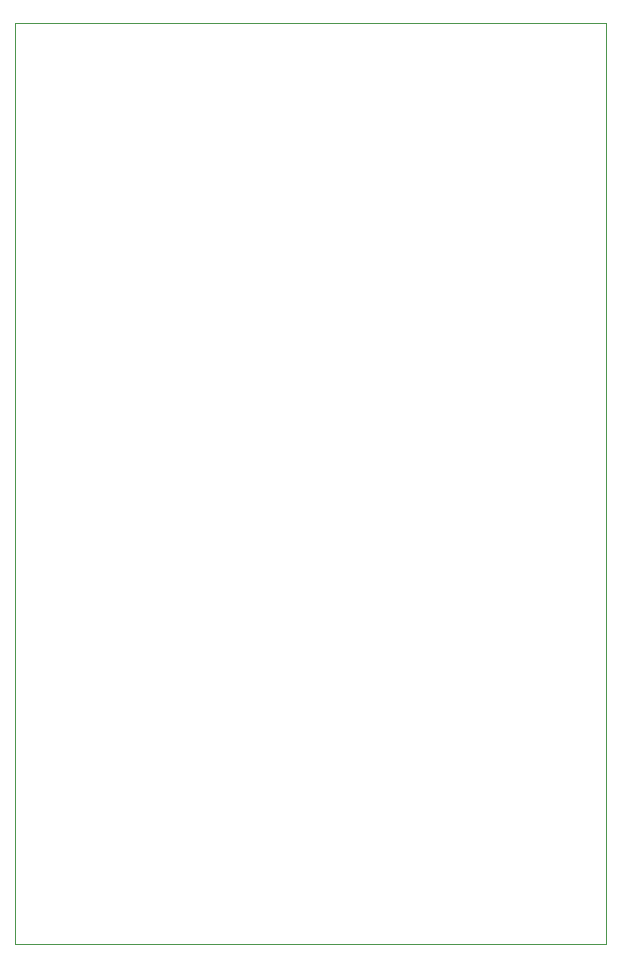
<source format=gm1>
G04 #@! TF.FileFunction,Profile,NP*
%FSLAX46Y46*%
G04 Gerber Fmt 4.6, Leading zero omitted, Abs format (unit mm)*
G04 Created by KiCad (PCBNEW 4.0.7) date 05/26/22 10:22:03*
%MOMM*%
%LPD*%
G01*
G04 APERTURE LIST*
%ADD10C,0.100000*%
G04 APERTURE END LIST*
D10*
X102000000Y-102000000D02*
X152000000Y-102000000D01*
X102000000Y-24000000D02*
X102000000Y-102000000D01*
X152000000Y-24000000D02*
X102000000Y-24000000D01*
X152000000Y-102000000D02*
X152000000Y-24000000D01*
M02*

</source>
